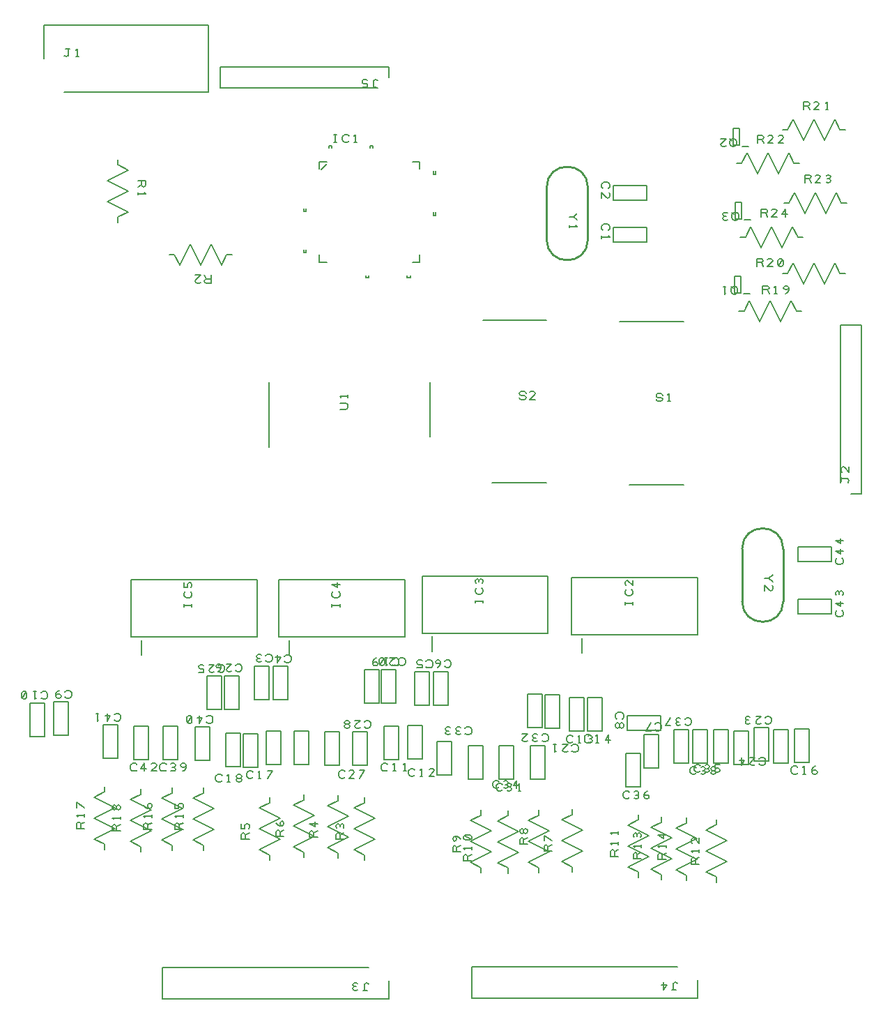
<source format=gbr>
G04 EasyPC Gerber Version 21.0.3 Build 4286 *
G04 #@! TF.Part,Single*
G04 #@! TF.FileFunction,Legend,Top *
G04 #@! TF.FilePolarity,Positive *
%FSLAX35Y35*%
%MOIN*%
%ADD17C,0.00500*%
%ADD73C,0.00600*%
%ADD19C,0.00787*%
%ADD70C,0.01000*%
X0Y0D02*
D02*
D17*
X13750Y129908D02*
Y145908D01*
X6750*
Y129908*
X13750*
X12125Y150845D02*
X12437Y151158D01*
X13063Y151470*
X14000*
X14625Y151158*
X14937Y150845*
X15250Y150220*
Y148970*
X14937Y148345*
X14625Y148033*
X14000Y147720*
X13063*
X12437Y148033*
X12125Y148345*
X9625Y151470D02*
X8375D01*
X9000D02*
Y147720D01*
X9625Y148345*
X4937Y151158D02*
X4313Y151470D01*
X3687*
X3063Y151158*
X2750Y150533*
Y148658*
X3063Y148033*
X3687Y147720*
X4313*
X4937Y148033*
X5250Y148658*
Y150533*
X4937Y151158*
X3063Y148033*
X23230Y455347D02*
X23542Y455035D01*
X24167Y454722*
X24792Y455035*
X25105Y455347*
Y458472*
X25730*
X25105D02*
X23855D01*
X28855Y454722D02*
X30105D01*
X29480D02*
Y458472D01*
X28855Y457847*
X25107Y130407D02*
Y146407D01*
X18107*
Y130407*
X25107*
X23482Y151344D02*
X23794Y151657D01*
X24420Y151970*
X25357*
X25982Y151657*
X26294Y151344*
X26607Y150720*
Y149470*
X26294Y148844*
X25982Y148532*
X25357Y148220*
X24420*
X23794Y148532*
X23482Y148844*
X20670Y151970D02*
X20044Y151657D01*
X19420Y151032*
X19107Y150094*
Y149157*
X19420Y148532*
X20044Y148220*
X20670*
X21294Y148532*
X21607Y149157*
X21294Y149782*
X20670Y150094*
X20044*
X19420Y149782*
X19107Y149157*
X32887Y85889D02*
X29137D01*
Y88076*
X29449Y88701*
X30074Y89014*
X30699Y88701*
X31011Y88076*
Y85889*
Y88076D02*
X32887Y89014D01*
Y91514D02*
Y92764D01*
Y92139D02*
X29137D01*
X29761Y91514*
X32887Y95889D02*
X29137Y98389D01*
Y95889*
X42574Y75889D02*
Y78389D01*
X37574Y80889*
X47574Y85889*
X37574Y90889*
X47574Y95889*
X37574Y100889*
X42574Y103389*
Y105889*
X48689Y405603D02*
Y403103D01*
X53689Y400603*
X43689Y395603*
X53689Y390603*
X43689Y385603*
X53689Y380603*
X48689Y378103*
Y375603*
X48695Y119424D02*
Y135424D01*
X41695*
Y119424*
X48695*
X47070Y140362D02*
X47382Y140674D01*
X48007Y140987*
X48945*
X49570Y140674*
X49882Y140362*
X50195Y139737*
Y138487*
X49882Y137862*
X49570Y137549*
X48945Y137237*
X48007*
X47382Y137549*
X47070Y137862*
X43632Y140987D02*
Y137237D01*
X45195Y139737*
X42695*
X39570Y140987D02*
X38320D01*
X38945D02*
Y137237D01*
X39570Y137862*
X49985Y84765D02*
X46235D01*
Y86953*
X46547Y87578*
X47172Y87891*
X47797Y87578*
X48109Y86953*
Y84765*
Y86953D02*
X49985Y87891D01*
Y90391D02*
Y91641D01*
Y91015D02*
X46235D01*
X46859Y90391*
X48109Y95703D02*
Y96328D01*
X47797Y96953*
X47172Y97265*
X46547Y96953*
X46235Y96328*
Y95703*
X46547Y95078*
X47172Y94765*
X47797Y95078*
X48109Y95703*
X48422Y95078*
X49047Y94765*
X49672Y95078*
X49985Y95703*
Y96328*
X49672Y96953*
X49047Y97265*
X48422Y96953*
X48109Y96328*
X57922Y113988D02*
X57609Y113675D01*
X56984Y113363*
X56047*
X55422Y113675*
X55109Y113988*
X54797Y114613*
Y115863*
X55109Y116488*
X55422Y116800*
X56047Y117113*
X56984*
X57609Y116800*
X57922Y116488*
X61359Y113363D02*
Y117113D01*
X59797Y114613*
X62297*
X67297Y113363D02*
X64797D01*
X66984Y115550*
X67297Y116175*
X66984Y116800*
X66359Y117113*
X65422*
X64797Y116800*
X56297Y134925D02*
Y118925D01*
X63297*
Y134925*
X56297*
X58377Y395603D02*
X62127D01*
Y393415*
X61815Y392790*
X61189Y392478*
X60565Y392790*
X60252Y393415*
Y395603*
Y393415D02*
X58377Y392478D01*
Y389978D02*
Y388728D01*
Y389353D02*
X62127D01*
X61502Y389978*
X59672Y74765D02*
Y77265D01*
X54672Y79765*
X64672Y84765*
X54672Y89765*
X64672Y94765*
X54672Y99765*
X59672Y102265*
Y104765*
X64985Y85514D02*
X61235D01*
Y87702*
X61547Y88327*
X62172Y88639*
X62797Y88327*
X63109Y87702*
Y85514*
Y87702D02*
X64985Y88639D01*
Y91139D02*
Y92389D01*
Y91764D02*
X61235D01*
X61859Y91139*
X64047Y95514D02*
X63422Y95827D01*
X63109Y96452*
Y97077*
X63422Y97702*
X64047Y98014*
X64672Y97702*
X64985Y97077*
Y96452*
X64672Y95827*
X64047Y95514*
X63109*
X62172Y95827*
X61547Y96452*
X61235Y97077*
X72025Y113988D02*
X71712Y113675D01*
X71087Y113363*
X70150*
X69525Y113675*
X69212Y113988*
X68900Y114613*
Y115863*
X69212Y116488*
X69525Y116800*
X70150Y117113*
X71087*
X71712Y116800*
X72025Y116488*
X74212Y113675D02*
X74837Y113363D01*
X75462*
X76087Y113675*
X76400Y114300*
X76087Y114925*
X75462Y115238*
X74837*
X75462D02*
X76087Y115550D01*
X76400Y116175*
X76087Y116800*
X75462Y117113*
X74837*
X74212Y116800*
X79837Y113363D02*
X80462Y113675D01*
X81087Y114300*
X81400Y115238*
Y116175*
X81087Y116800*
X80462Y117113*
X79837*
X79212Y116800*
X78900Y116175*
X79212Y115550*
X79837Y115238*
X80462*
X81087Y115550*
X81400Y116175*
X70400Y134925D02*
Y118925D01*
X77400*
Y134925*
X70400*
X74672Y75514D02*
Y78014D01*
X69672Y80514*
X79672Y85514*
X69672Y90514*
X79672Y95514*
X69672Y100514*
X74672Y103014*
Y105514*
X79985Y85514D02*
X76235D01*
Y87702*
X76547Y88327*
X77172Y88639*
X77797Y88327*
X78109Y87702*
Y85514*
Y87702D02*
X79985Y88639D01*
Y91139D02*
Y92389D01*
Y91764D02*
X76235D01*
X76859Y91139*
X79672Y95514D02*
X79985Y96139D01*
Y97077*
X79672Y97702*
X79047Y98014*
X78735*
X78109Y97702*
X77797Y97077*
Y95514*
X76235*
Y98014*
X84238Y192011D02*
Y193261D01*
Y192637D02*
X80488D01*
Y192011D02*
Y193261D01*
X83613Y199199D02*
X83926Y198887D01*
X84238Y198261*
Y197324*
X83926Y196699*
X83613Y196387*
X82988Y196074*
X81738*
X81113Y196387*
X80800Y196699*
X80488Y197324*
Y198261*
X80800Y198887*
X81113Y199199*
X83926Y201074D02*
X84238Y201699D01*
Y202637*
X83926Y203261*
X83300Y203574*
X82988*
X82363Y203261*
X82050Y202637*
Y201074*
X80488*
Y203574*
X89672Y75514D02*
Y78014D01*
X84672Y80514*
X94672Y85514*
X84672Y90514*
X94672Y95514*
X84672Y100514*
X89672Y103014*
Y105514*
X92750Y118426D02*
Y134426D01*
X85750*
Y118426*
X92750*
X93345Y350370D02*
Y346620D01*
X91158*
X90533Y346932*
X90220Y347557*
X90533Y348182*
X91158Y348495*
X93345*
X91158D02*
X90220Y350370D01*
X85845D02*
X88345D01*
X86158Y348182*
X85845Y347557*
X86158Y346932*
X86783Y346620*
X87720*
X88345Y346932*
X91125Y139363D02*
X91438Y139676D01*
X92063Y139989*
X93000*
X93625Y139676*
X93938Y139363*
X94250Y138739*
Y137489*
X93938Y136863*
X93625Y136551*
X93000Y136239*
X92063*
X91438Y136551*
X91125Y136863*
X87688Y139989D02*
Y136239D01*
X89250Y138739*
X86750*
X83938Y139676D02*
X83313Y139989D01*
X82688*
X82063Y139676*
X81750Y139051*
Y137176*
X82063Y136551*
X82688Y136239*
X83313*
X83938Y136551*
X84250Y137176*
Y139051*
X83938Y139676*
X82063Y136551*
X98616Y108769D02*
X98303Y108456D01*
X97678Y108144*
X96741*
X96116Y108456*
X95803Y108769*
X95491Y109394*
Y110644*
X95803Y111269*
X96116Y111581*
X96741Y111894*
X97678*
X98303Y111581*
X98616Y111269*
X101116Y108144D02*
X102366D01*
X101741D02*
Y111894D01*
X101116Y111269*
X106428Y110019D02*
X107053D01*
X107678Y110331*
X107991Y110956*
X107678Y111581*
X107053Y111894*
X106428*
X105803Y111581*
X105491Y110956*
X105803Y110331*
X106428Y110019*
X105803Y109706*
X105491Y109081*
X105803Y108456*
X106428Y108144*
X107053*
X107678Y108456*
X107991Y109081*
X107678Y109706*
X107053Y110019*
X98367Y142763D02*
Y158763D01*
X91367*
Y142763*
X98367*
X96741Y163700D02*
X97054Y164013D01*
X97679Y164325*
X98617*
X99241Y164013*
X99554Y163700*
X99867Y163075*
Y161825*
X99554Y161200*
X99241Y160887*
X98617Y160575*
X97679*
X97054Y160887*
X96741Y161200*
X92367Y164325D02*
X94867D01*
X92679Y162137*
X92367Y161513*
X92679Y160887*
X93304Y160575*
X94241*
X94867Y160887*
X89867Y164013D02*
X89241Y164325D01*
X88304*
X87679Y164013*
X87367Y163387*
Y163075*
X87679Y162450*
X88304Y162137*
X89867*
Y160575*
X87367*
X100602Y131680D02*
Y115680D01*
X107602*
Y131680*
X100602*
X103345Y360057D02*
X100845D01*
X98345Y355057*
X93345Y365057*
X88345Y355057*
X83345Y365057*
X78345Y355057*
X75845Y360057*
X73345*
X106728Y143012D02*
Y159012D01*
X99728*
Y143012*
X106728*
X105103Y163950D02*
X105416Y164262D01*
X106041Y164575*
X106978*
X107603Y164262*
X107916Y163950*
X108228Y163325*
Y162075*
X107916Y161450*
X107603Y161137*
X106978Y160825*
X106041*
X105416Y161137*
X105103Y161450*
X100728Y164575D02*
X103228D01*
X101041Y162387*
X100728Y161762*
X101041Y161137*
X101666Y160825*
X102603*
X103228Y161137*
X98228Y163637D02*
X97916Y163012D01*
X97291Y162700*
X96666*
X96041Y163012*
X95728Y163637*
X96041Y164262*
X96666Y164575*
X97291*
X97916Y164262*
X98228Y163637*
Y162700*
X97916Y161762*
X97291Y161137*
X96666Y160825*
X108839Y131306D02*
Y115306D01*
X115839*
Y131306*
X108839*
X113467Y110369D02*
X113155Y110056D01*
X112530Y109743*
X111592*
X110967Y110056*
X110655Y110369*
X110342Y110993*
Y112243*
X110655Y112869*
X110967Y113181*
X111592Y113493*
X112530*
X113155Y113181*
X113467Y112869*
X115967Y109743D02*
X117217D01*
X116592D02*
Y113493D01*
X115967Y112869*
X120342Y109743D02*
X122842Y113493D01*
X120342*
X111641Y80826D02*
X107891D01*
Y83013*
X108204Y83638*
X108829Y83951*
X109454Y83638*
X109766Y83013*
Y80826*
Y83013D02*
X111641Y83951D01*
X111329Y85826D02*
X111641Y86451D01*
Y87388*
X111329Y88013*
X110704Y88326*
X110391*
X109766Y88013*
X109454Y87388*
Y85826*
X107891*
Y88326*
X121206Y147630D02*
Y163630D01*
X114206*
Y147630*
X121206*
X121329Y70826D02*
Y73326D01*
X116329Y75826*
X126329Y80826*
X116329Y85826*
X126329Y90826*
X116329Y95826*
X121329Y98326*
Y100826*
X119580Y168567D02*
X119893Y168880D01*
X120518Y169193*
X121456*
X122080Y168880*
X122393Y168567*
X122706Y167943*
Y166693*
X122393Y166067*
X122080Y165755*
X121456Y165443*
X120518*
X119893Y165755*
X119580Y166067*
X117393Y168880D02*
X116768Y169193D01*
X116143*
X115518Y168880*
X115206Y168255*
X115518Y167630*
X116143Y167317*
X116768*
X116143D02*
X115518Y167005D01*
X115206Y166380*
X115518Y165755*
X116143Y165443*
X116768*
X117393Y165755*
X126697Y116554D02*
Y132554D01*
X119697*
Y116554*
X126697*
X128236Y82121D02*
X124486D01*
Y84308*
X124798Y84933*
X125424Y85246*
X126048Y84933*
X126361Y84308*
Y82121*
Y84308D02*
X128236Y85246D01*
X127298Y87121D02*
X126674Y87433D01*
X126361Y88058*
Y88683*
X126674Y89308*
X127298Y89621*
X127924Y89308*
X128236Y88683*
Y88058*
X127924Y87433*
X127298Y87121*
X126361*
X125424Y87433*
X124798Y88058*
X124486Y88683*
X130191Y147380D02*
Y163380D01*
X123191*
Y147380*
X130191*
X128566Y168318D02*
X128879Y168630D01*
X129504Y168943*
X130441*
X131066Y168630*
X131379Y168318*
X131691Y167693*
Y166443*
X131379Y165818*
X131066Y165505*
X130441Y165193*
X129504*
X128879Y165505*
X128566Y165818*
X125129Y168943D02*
Y165193D01*
X126691Y167693*
X124191*
X133176Y132429D02*
Y116429D01*
X140176*
Y132429*
X133176*
X137924Y72121D02*
Y74621D01*
X132924Y77121*
X142924Y82121*
X132924Y87121*
X142924Y92121*
X132924Y97121*
X137924Y99621*
Y102121*
X144326Y81723D02*
X140576D01*
Y83910*
X140888Y84535*
X141513Y84848*
X142138Y84535*
X142451Y83910*
Y81723*
Y83910D02*
X144326Y84848D01*
Y88285D02*
X140576D01*
X143076Y86723*
Y89223*
X147778Y132304D02*
Y116304D01*
X154778*
Y132304*
X147778*
X152162Y413807D02*
X153412D01*
X152787D02*
Y417557D01*
X152162D02*
X153412D01*
X159350Y414433D02*
X159037Y414120D01*
X158412Y413807*
X157474*
X156850Y414120*
X156537Y414433*
X156224Y415057*
Y416307*
X156537Y416933*
X156850Y417245*
X157474Y417557*
X158412*
X159037Y417245*
X159350Y416933*
X161850Y413807D02*
X163100D01*
X162474D02*
Y417557D01*
X161850Y416933*
X154013Y71723D02*
Y74223D01*
X149013Y76723*
X159013Y81723*
X149013Y86723*
X159013Y91723*
X149013Y96723*
X154013Y99223*
Y101723*
X157515Y110618D02*
X157202Y110306D01*
X156577Y109993*
X155640*
X155015Y110306*
X154702Y110618*
X154390Y111243*
Y112493*
X154702Y113118*
X155015Y113431*
X155640Y113743*
X156577*
X157202Y113431*
X157515Y113118*
X161890Y109993D02*
X159390D01*
X161577Y112181*
X161890Y112806*
X161577Y113431*
X160952Y113743*
X160015*
X159390Y113431*
X164390Y109993D02*
X166890Y113743D01*
X164390*
X154958Y192011D02*
Y193261D01*
Y192637D02*
X151208D01*
Y192011D02*
Y193261D01*
X154333Y199199D02*
X154645Y198887D01*
X154958Y198261*
Y197324*
X154645Y196699*
X154333Y196387*
X153708Y196074*
X152458*
X151833Y196387*
X151520Y196699*
X151208Y197324*
Y198261*
X151520Y198887*
X151833Y199199*
X154958Y202637D02*
X151208D01*
X153708Y201074*
Y203574*
X156927Y80772D02*
X153177D01*
Y82959*
X153489Y83584*
X154115Y83897*
X154739Y83584*
X155052Y82959*
Y80772*
Y82959D02*
X156927Y83897D01*
X156615Y86084D02*
X156927Y86709D01*
Y87334*
X156615Y87959*
X155989Y88272*
X155365Y87959*
X155052Y87334*
Y86709*
Y87334D02*
X154739Y87959D01*
X154115Y88272*
X153489Y87959*
X153177Y87334*
Y86709*
X153489Y86084*
X154952Y286174D02*
X157764D01*
X158389Y286487*
X158702Y287111*
Y288361*
X158389Y288987*
X157764Y289299*
X154952*
X158702Y291799D02*
Y293049D01*
Y292424D02*
X154952D01*
X155577Y291799*
X166615Y70772D02*
Y73272D01*
X161615Y75772*
X171615Y80772*
X161615Y85772*
X171615Y90772*
X161615Y95772*
X166615Y98272*
Y100772*
X168256Y116055D02*
Y132055D01*
X161256*
Y116055*
X168256*
X168625Y11667D02*
X168313Y11980D01*
X167688Y12292*
X167063Y11980*
X166750Y11667*
Y8542*
X166125*
X166750D02*
X168000D01*
X163313Y11980D02*
X162688Y12292D01*
X162063*
X161438Y11980*
X161125Y11354*
X161438Y10730*
X162063Y10417*
X162688*
X162063D02*
X161438Y10104D01*
X161125Y9480*
X161438Y8854*
X162063Y8542*
X162688*
X163313Y8854*
X166631Y136992D02*
X166944Y137305D01*
X167569Y137617*
X168506*
X169131Y137305*
X169444Y136992*
X169756Y136367*
Y135117*
X169444Y134492*
X169131Y134180*
X168506Y133867*
X167569*
X166944Y134180*
X166631Y134492*
X162256Y137617D02*
X164756D01*
X162569Y135430*
X162256Y134805*
X162569Y134180*
X163194Y133867*
X164131*
X164756Y134180*
X158819Y135742D02*
X158194D01*
X157569Y135430*
X157256Y134805*
X157569Y134180*
X158194Y133867*
X158819*
X159444Y134180*
X159756Y134805*
X159444Y135430*
X158819Y135742*
X159444Y136055*
X159756Y136680*
X159444Y137305*
X158819Y137617*
X158194*
X157569Y137305*
X157256Y136680*
X157569Y136055*
X158194Y135742*
X173118Y443361D02*
X172806Y443674D01*
X172181Y443986*
X171556Y443674*
X171243Y443361*
Y440236*
X170618*
X171243D02*
X172493D01*
X168118Y443674D02*
X167493Y443986D01*
X166556*
X165931Y443674*
X165618Y443048*
Y442736*
X165931Y442111*
X166556Y441798*
X168118*
Y440236*
X165618*
X173623Y145758D02*
Y161758D01*
X166623*
Y145758*
X173623*
X177858Y113988D02*
X177545Y113675D01*
X176920Y113363*
X175983*
X175358Y113675*
X175045Y113988*
X174733Y114613*
Y115863*
X175045Y116488*
X175358Y116800*
X175983Y117113*
X176920*
X177545Y116800*
X177858Y116488*
X180358Y113363D02*
X181608D01*
X180983D02*
Y117113D01*
X180358Y116488*
X185358Y113363D02*
X186608D01*
X185983D02*
Y117113D01*
X185358Y116488*
X176233Y134925D02*
Y118925D01*
X183233*
Y134925*
X176233*
X181735Y145883D02*
Y161883D01*
X174735*
Y145883*
X181735*
X180110Y166820D02*
X180422Y167133D01*
X181048Y167445*
X181985*
X182610Y167133*
X182922Y166820*
X183235Y166195*
Y164945*
X182922Y164320*
X182610Y164007*
X181985Y163695*
X181048*
X180422Y164007*
X180110Y164320*
X177610Y167445D02*
X176360D01*
X176985D02*
Y163695D01*
X177610Y164320*
X172298Y167445D02*
X171672Y167133D01*
X171048Y166507*
X170735Y165570*
Y164633*
X171048Y164007*
X171672Y163695*
X172298*
X172922Y164007*
X173235Y164633*
X172922Y165257*
X172298Y165570*
X171672*
X171048Y165257*
X170735Y164633*
X183222Y166922D02*
X183535Y167235D01*
X184160Y167547*
X185097*
X185722Y167235*
X186035Y166922*
X186347Y166297*
Y165047*
X186035Y164422*
X185722Y164109*
X185097Y163797*
X184160*
X183535Y164109*
X183222Y164422*
X178847Y167547D02*
X181347D01*
X179160Y165359*
X178847Y164735*
X179160Y164109*
X179785Y163797*
X180722*
X181347Y164109*
X176035Y167235D02*
X175410Y167547D01*
X174785*
X174160Y167235*
X173847Y166609*
Y164735*
X174160Y164109*
X174785Y163797*
X175410*
X176035Y164109*
X176347Y164735*
Y166609*
X176035Y167235*
X174160Y164109*
X187340Y135175D02*
Y119175D01*
X194340*
Y135175*
X187340*
X190845Y111515D02*
X190533Y111202D01*
X189907Y110889*
X188970*
X188345Y111202*
X188033Y111515*
X187720Y112139*
Y113389*
X188033Y114015*
X188345Y114327*
X188970Y114639*
X189907*
X190533Y114327*
X190845Y114015*
X193345Y110889D02*
X194595D01*
X193970D02*
Y114639D01*
X193345Y114015*
X200220Y110889D02*
X197720D01*
X199907Y113077*
X200220Y113702*
X199907Y114327*
X199283Y114639*
X198345*
X197720Y114327*
X197835Y144884D02*
Y160884D01*
X190835*
Y144884*
X197835*
X196209Y165822D02*
X196522Y166134D01*
X197147Y166447*
X198085*
X198709Y166134*
X199022Y165822*
X199335Y165197*
Y163947*
X199022Y163322*
X198709Y163009*
X198085Y162697*
X197147*
X196522Y163009*
X196209Y163322*
X194335Y166134D02*
X193709Y166447D01*
X192772*
X192147Y166134*
X191835Y165509*
Y165197*
X192147Y164572*
X192772Y164259*
X194335*
Y162697*
X191835*
X206696Y145009D02*
Y161009D01*
X199696*
Y145009*
X206696*
X205070Y165946D02*
X205383Y166259D01*
X206008Y166572*
X206946*
X207570Y166259*
X207883Y165946*
X208196Y165322*
Y164072*
X207883Y163446*
X207570Y163134*
X206946Y162822*
X206008*
X205383Y163134*
X205070Y163446*
X203196Y165634D02*
X202883Y165009D01*
X202258Y164696*
X201633*
X201008Y165009*
X200696Y165634*
X201008Y166259*
X201633Y166572*
X202258*
X202883Y166259*
X203196Y165634*
Y164696*
X202883Y163759*
X202258Y163134*
X201633Y162822*
X208443Y111437D02*
Y127437D01*
X201443*
Y111437*
X208443*
X212728Y74781D02*
X208978D01*
Y76969*
X209290Y77594*
X209915Y77906*
X210540Y77594*
X210853Y76969*
Y74781*
Y76969D02*
X212728Y77906D01*
Y80719D02*
X212415Y81344D01*
X211790Y81969*
X210853Y82281*
X209915*
X209290Y81969*
X208978Y81344*
Y80719*
X209290Y80094*
X209915Y79781*
X210540Y80094*
X210853Y80719*
Y81344*
X210540Y81969*
X209915Y82281*
X216294Y125440D02*
Y109440D01*
X223294*
Y125440*
X216294*
X214922Y133849D02*
X215235Y134162D01*
X215860Y134474*
X216797*
X217422Y134162*
X217735Y133849*
X218047Y133224*
Y131974*
X217735Y131349*
X217422Y131037*
X216797Y130724*
X215860*
X215235Y131037*
X214922Y131349*
X212735Y134162D02*
X212110Y134474D01*
X211485*
X210860Y134162*
X210547Y133537*
X210860Y132912*
X211485Y132599*
X212110*
X211485D02*
X210860Y132287D01*
X210547Y131662*
X210860Y131037*
X211485Y130724*
X212110*
X212735Y131037*
X207735Y134162D02*
X207110Y134474D01*
X206485*
X205860Y134162*
X205547Y133537*
X205860Y132912*
X206485Y132599*
X207110*
X206485D02*
X205860Y132287D01*
X205547Y131662*
X205860Y131037*
X206485Y130724*
X207110*
X207735Y131037*
X218007Y70389D02*
X214257D01*
Y72577*
X214569Y73202*
X215194Y73515*
X215819Y73202*
X216132Y72577*
Y70389*
Y72577D02*
X218007Y73515D01*
Y76015D02*
Y77265D01*
Y76639D02*
X214257D01*
X214882Y76015*
X217694Y80702D02*
X218007Y81327D01*
Y81952*
X217694Y82577*
X217069Y82889*
X215194*
X214569Y82577*
X214257Y81952*
Y81327*
X214569Y80702*
X215194Y80389*
X217069*
X217694Y80702*
X214569Y82577*
X222415Y64781D02*
Y67281D01*
X217415Y69781*
X227415Y74781*
X217415Y79781*
X227415Y84781*
X217415Y89781*
X222415Y92281*
Y94781*
X223475Y193759D02*
Y195009D01*
Y194384D02*
X219725D01*
Y193759D02*
Y195009D01*
X222850Y200946D02*
X223162Y200634D01*
X223475Y200009*
Y199071*
X223162Y198446*
X222850Y198134*
X222225Y197821*
X220975*
X220350Y198134*
X220037Y198446*
X219725Y199071*
Y200009*
X220037Y200634*
X220350Y200946*
X223162Y203134D02*
X223475Y203759D01*
Y204384*
X223162Y205009*
X222537Y205321*
X221912Y205009*
X221600Y204384*
Y203759*
Y204384D02*
X221287Y205009D01*
X220662Y205321*
X220037Y205009*
X219725Y204384*
Y203759*
X220037Y203134*
X231149Y105751D02*
X230836Y105438D01*
X230211Y105126*
X229274*
X228649Y105438*
X228336Y105751*
X228024Y106376*
Y107626*
X228336Y108251*
X228649Y108563*
X229274Y108876*
X230211*
X230836Y108563*
X231149Y108251*
X233336Y105438D02*
X233961Y105126D01*
X234586*
X235211Y105438*
X235524Y106063*
X235211Y106688*
X234586Y107001*
X233961*
X234586D02*
X235211Y107313D01*
X235524Y107938*
X235211Y108563*
X234586Y108876*
X233961*
X233336Y108563*
X239586Y105126D02*
Y108876D01*
X238024Y106376*
X240524*
X232771Y104503D02*
X232459Y104190D01*
X231833Y103878*
X230896*
X230271Y104190*
X229959Y104503*
X229646Y105128*
Y106378*
X229959Y107003*
X230271Y107315*
X230896Y107628*
X231833*
X232459Y107315*
X232771Y107003*
X234959Y104190D02*
X235583Y103878D01*
X236209*
X236833Y104190*
X237146Y104815*
X236833Y105440*
X236209Y105753*
X235583*
X236209D02*
X236833Y106065D01*
X237146Y106690*
X236833Y107315*
X236209Y107628*
X235583*
X234959Y107315*
X240271Y103878D02*
X241521D01*
X240896D02*
Y107628D01*
X240271Y107003*
X231146Y125440D02*
Y109440D01*
X238146*
Y125440*
X231146*
X235395Y64531D02*
Y67031D01*
X230395Y69531*
X240395Y74531*
X230395Y79531*
X240395Y84531*
X230395Y89531*
X235395Y92031*
Y94531*
X240886Y291918D02*
X241199Y291293D01*
X241824Y290980*
X243074*
X243699Y291293*
X244011Y291918*
X243699Y292543*
X243074Y292856*
X241824*
X241199Y293168*
X240886Y293793*
X241199Y294418*
X241824Y294730*
X243074*
X243699Y294418*
X244011Y293793*
X248386Y290980D02*
X245886D01*
X248074Y293168*
X248386Y293793*
X248074Y294418*
X247449Y294730*
X246511*
X245886Y294418*
X244793Y78502D02*
X241043D01*
Y80689*
X241355Y81314*
X241980Y81627*
X242605Y81314*
X242917Y80689*
Y78502*
Y80689D02*
X244793Y81627D01*
X242917Y84439D02*
Y85064D01*
X242605Y85689*
X241980Y86002*
X241355Y85689*
X241043Y85064*
Y84439*
X241355Y83814*
X241980Y83502*
X242605Y83814*
X242917Y84439*
X243230Y83814*
X243855Y83502*
X244480Y83814*
X244793Y84439*
Y85064*
X244480Y85689*
X243855Y86002*
X243230Y85689*
X242917Y85064*
X250246Y64781D02*
Y67281D01*
X245246Y69781*
X255246Y74781*
X245246Y79781*
X255246Y84781*
X245246Y89781*
X250246Y92281*
Y94781*
X251874Y134276D02*
Y150276D01*
X244874*
Y134276*
X251874*
X253247Y109565D02*
Y125565D01*
X246247*
Y109565*
X253247*
X251622Y130502D02*
X251935Y130815D01*
X252560Y131128*
X253497*
X254122Y130815*
X254435Y130502*
X254747Y129878*
Y128628*
X254435Y128002*
X254122Y127690*
X253497Y127378*
X252560*
X251935Y127690*
X251622Y128002*
X249435Y130815D02*
X248810Y131128D01*
X248185*
X247560Y130815*
X247247Y130190*
X247560Y129565*
X248185Y129252*
X248810*
X248185D02*
X247560Y128940D01*
X247247Y128315*
X247560Y127690*
X248185Y127378*
X248810*
X249435Y127690*
X242247Y131128D02*
X244747D01*
X242560Y128940*
X242247Y128315*
X242560Y127690*
X243185Y127378*
X244122*
X244747Y127690*
X256409Y75031D02*
X252659D01*
Y77218*
X252971Y77843*
X253596Y78156*
X254221Y77843*
X254534Y77218*
Y75031*
Y77218D02*
X256409Y78156D01*
Y80031D02*
X252659Y82531D01*
Y80031*
X260236Y133902D02*
Y149902D01*
X253236*
Y133902*
X260236*
X266468Y127467D02*
X266156Y127154D01*
X265530Y126841*
X264593*
X263968Y127154*
X263656Y127467*
X263343Y128091*
Y129341*
X263656Y129967*
X263968Y130279*
X264593Y130591*
X265530*
X266156Y130279*
X266468Y129967*
X268968Y126841D02*
X270218D01*
X269593D02*
Y130591D01*
X268968Y129967*
X273656Y127154D02*
X274280Y126841D01*
X274906*
X275530Y127154*
X275843Y127779*
X275530Y128404*
X274906Y128717*
X274280*
X274906D02*
X275530Y129029D01*
X275843Y129654*
X275530Y130279*
X274906Y130591*
X274280*
X273656Y130279*
X264787Y378339D02*
X266663D01*
X268537Y379901*
X266663Y378339D02*
X268537Y376776D01*
X264787Y374276D02*
Y373026D01*
Y373651D02*
X268537D01*
X267913Y374276*
X264843Y148404D02*
Y132404D01*
X271843*
Y148404*
X264843*
X266096Y65031D02*
Y67531D01*
X261096Y70031*
X271096Y75031*
X261096Y80031*
X271096Y85031*
X261096Y90031*
X266096Y92531*
Y95031*
X265850Y125511D02*
X266162Y125824D01*
X266787Y126137*
X267725*
X268350Y125824*
X268662Y125511*
X268975Y124887*
Y123637*
X268662Y123011*
X268350Y122699*
X267725Y122387*
X266787*
X266162Y122699*
X265850Y123011*
X261475Y126137D02*
X263975D01*
X261787Y123949*
X261475Y123324*
X261787Y122699*
X262412Y122387*
X263350*
X263975Y122699*
X258350Y126137D02*
X257100D01*
X257725D02*
Y122387D01*
X258350Y123011*
X275080Y127591D02*
X274767Y127279D01*
X274142Y126966*
X273204*
X272580Y127279*
X272267Y127591*
X271954Y128216*
Y129466*
X272267Y130091*
X272580Y130404*
X273204Y130716*
X274142*
X274767Y130404*
X275080Y130091*
X277580Y126966D02*
X278830D01*
X278204D02*
Y130716D01*
X277580Y130091*
X283517Y126966D02*
Y130716D01*
X281954Y128216*
X284454*
X273454Y148529D02*
Y132529D01*
X280454*
Y148529*
X273454*
X280814Y371729D02*
X280502Y372041D01*
X280189Y372667*
Y373604*
X280502Y374229*
X280814Y374541*
X281439Y374854*
X282689*
X283314Y374541*
X283627Y374229*
X283939Y373604*
Y372667*
X283627Y372041*
X283314Y371729*
X280189Y369229D02*
Y367979D01*
Y368604D02*
X283939D01*
X283314Y369229*
X280814Y391729D02*
X280502Y392041D01*
X280189Y392667*
Y393604*
X280502Y394229*
X280814Y394541*
X281439Y394854*
X282689*
X283314Y394541*
X283627Y394229*
X283939Y393604*
Y392667*
X283627Y392041*
X283314Y391729*
X280189Y387354D02*
Y389854D01*
X282377Y387667*
X283002Y387354*
X283627Y387667*
X283939Y388291*
Y389229*
X283627Y389854*
X287480Y138285D02*
X287167Y138598D01*
X286855Y139223*
Y140160*
X287167Y140785*
X287480Y141098*
X288105Y141410*
X289355*
X289980Y141098*
X290293Y140785*
X290605Y140160*
Y139223*
X290293Y138598*
X289980Y138285*
X288730Y135473D02*
Y134848D01*
X289043Y134223*
X289667Y133910*
X290293Y134223*
X290605Y134848*
Y135473*
X290293Y136098*
X289667Y136410*
X289043Y136098*
X288730Y135473*
X288417Y136098*
X287793Y136410*
X287167Y136098*
X286855Y135473*
Y134848*
X287167Y134223*
X287793Y133910*
X288417Y134223*
X288730Y134848*
X288248Y72636D02*
X284498D01*
Y74823*
X284810Y75448*
X285435Y75761*
X286060Y75448*
X286372Y74823*
Y72636*
Y74823D02*
X288248Y75761D01*
Y78261D02*
Y79511D01*
Y78886D02*
X284498D01*
X285122Y78261*
X288248Y83261D02*
Y84511D01*
Y83886D02*
X284498D01*
X285122Y83261*
X293550Y100759D02*
X293238Y100446D01*
X292613Y100133*
X291675*
X291050Y100446*
X290738Y100759*
X290425Y101383*
Y102633*
X290738Y103259*
X291050Y103571*
X291675Y103883*
X292613*
X293238Y103571*
X293550Y103259*
X295738Y100446D02*
X296363Y100133D01*
X296988*
X297613Y100446*
X297925Y101071*
X297613Y101696*
X296988Y102009*
X296363*
X296988D02*
X297613Y102321D01*
X297925Y102946*
X297613Y103571*
X296988Y103883*
X296363*
X295738Y103571*
X300425Y101071D02*
X300738Y101696D01*
X301363Y102009*
X301988*
X302613Y101696*
X302925Y101071*
X302613Y100446*
X301988Y100133*
X301363*
X300738Y100446*
X300425Y101071*
Y102009*
X300738Y102946*
X301363Y103571*
X301988Y103883*
X291925Y121696D02*
Y105696D01*
X298925*
Y121696*
X291925*
X295112Y193010D02*
Y194260D01*
Y193635D02*
X291362D01*
Y193010D02*
Y194260D01*
X294487Y200198D02*
X294799Y199885D01*
X295112Y199260*
Y198322*
X294799Y197698*
X294487Y197385*
X293862Y197072*
X292612*
X291987Y197385*
X291674Y197698*
X291362Y198322*
Y199260*
X291674Y199885*
X291987Y200198*
X295112Y204572D02*
Y202072D01*
X292924Y204260*
X292299Y204572*
X291674Y204260*
X291362Y203635*
Y202698*
X291674Y202072*
X297935Y62636D02*
Y65136D01*
X292935Y67636*
X302935Y72636*
X292935Y77636*
X302935Y82636*
X292935Y87636*
X297935Y90136*
Y92636*
X299106Y71388D02*
X295356D01*
Y73575*
X295668Y74200*
X296293Y74513*
X296918Y74200*
X297230Y73575*
Y71388*
Y73575D02*
X299106Y74513D01*
Y77013D02*
Y78263D01*
Y77638D02*
X295356D01*
X295980Y77013*
X298793Y81700D02*
X299106Y82325D01*
Y82950*
X298793Y83575*
X298168Y83888*
X297543Y83575*
X297230Y82950*
Y82325*
Y82950D02*
X296918Y83575D01*
X296293Y83888*
X295668Y83575*
X295356Y82950*
Y82325*
X295668Y81700*
X301752Y373354D02*
X285752D01*
Y366354*
X301752*
Y373354*
Y393354D02*
X285752D01*
Y386354*
X301752*
Y393354*
X306283Y291044D02*
X306596Y290419D01*
X307220Y290107*
X308470*
X309096Y290419*
X309408Y291044*
X309096Y291669*
X308470Y291982*
X307220*
X306596Y292294*
X306283Y292919*
X306596Y293544*
X307220Y293857*
X308470*
X309096Y293544*
X309408Y292919*
X311908Y290107D02*
X313158D01*
X312533D02*
Y293857D01*
X311908Y293232*
X307287Y114807D02*
Y130807D01*
X300287*
Y114807*
X307287*
X308417Y139910D02*
X292417D01*
Y132910*
X308417*
Y139910*
X305662Y135744D02*
X305974Y136057D01*
X306600Y136369*
X307537*
X308162Y136057*
X308474Y135744*
X308787Y135119*
Y133869*
X308474Y133244*
X308162Y132931*
X307537Y132619*
X306600*
X305974Y132931*
X305662Y133244*
X303787Y136369D02*
X301287Y132619D01*
X303787*
X308793Y61388D02*
Y63888D01*
X303793Y66388*
X313793Y71388*
X303793Y76388*
X313793Y81388*
X303793Y86388*
X308793Y88888*
Y91388*
X310962Y71138D02*
X307212D01*
Y73326*
X307524Y73951*
X308149Y74263*
X308774Y73951*
X309087Y73326*
Y71138*
Y73326D02*
X310962Y74263D01*
Y76763D02*
Y78013D01*
Y77388D02*
X307212D01*
X307837Y76763*
X310962Y82701D02*
X307212D01*
X309712Y81138*
Y83638*
X316392Y11917D02*
X316080Y12229D01*
X315455Y12542*
X314830Y12229*
X314517Y11917*
Y8792*
X313892*
X314517D02*
X315767D01*
X309830Y12542D02*
Y8792D01*
X311392Y11292*
X308892*
X320649Y61138D02*
Y63638D01*
X315649Y66138*
X325649Y71138*
X315649Y76138*
X325649Y81138*
X315649Y86138*
X320649Y88638*
Y91138*
X321639Y117303D02*
Y133303D01*
X314639*
Y117303*
X321639*
X325500Y112365D02*
X325187Y112053D01*
X324562Y111740*
X323625*
X323000Y112053*
X322687Y112365*
X322375Y112990*
Y114240*
X322687Y114865*
X323000Y115178*
X323625Y115490*
X324562*
X325187Y115178*
X325500Y114865*
X327687Y112053D02*
X328312Y111740D01*
X328937*
X329562Y112053*
X329875Y112678*
X329562Y113303*
X328937Y113615*
X328312*
X328937D02*
X329562Y113928D01*
X329875Y114553*
X329562Y115178*
X328937Y115490*
X328312*
X327687Y115178*
X333312Y113615D02*
X333937D01*
X334562Y113928*
X334875Y114553*
X334562Y115178*
X333937Y115490*
X333312*
X332687Y115178*
X332375Y114553*
X332687Y113928*
X333312Y113615*
X332687Y113303*
X332375Y112678*
X332687Y112053*
X333312Y111740*
X333937*
X334562Y112053*
X334875Y112678*
X334562Y113303*
X333937Y113615*
X320014Y138240D02*
X320327Y138553D01*
X320952Y138865*
X321889*
X322514Y138553*
X322827Y138240*
X323139Y137615*
Y136365*
X322827Y135740*
X322514Y135428*
X321889Y135115*
X320952*
X320327Y135428*
X320014Y135740*
X317827Y138553D02*
X317202Y138865D01*
X316577*
X315952Y138553*
X315639Y137928*
X315952Y137303*
X316577Y136990*
X317202*
X316577D02*
X315952Y136678D01*
X315639Y136053*
X315952Y135428*
X316577Y135115*
X317202*
X317827Y135428*
X313139Y138865D02*
X310639Y135115D01*
X313139*
X323875Y133303D02*
Y117303D01*
X330875*
Y133303*
X323875*
X327497Y113371D02*
X327184Y113058D01*
X326559Y112746*
X325622*
X324997Y113058*
X324684Y113371*
X324372Y113996*
Y115246*
X324684Y115871*
X324997Y116183*
X325622Y116496*
X326559*
X327184Y116183*
X327497Y115871*
X329684Y113058D02*
X330309Y112746D01*
X330934*
X331559Y113058*
X331872Y113683*
X331559Y114308*
X330934Y114621*
X330309*
X330934D02*
X331559Y114933D01*
X331872Y115558*
X331559Y116183*
X330934Y116496*
X330309*
X329684Y116183*
X334372Y113058D02*
X334997Y112746D01*
X335934*
X336559Y113058*
X336872Y113683*
Y113996*
X336559Y114621*
X335934Y114933*
X334372*
Y116496*
X336872*
X326937Y69017D02*
X323187D01*
Y71204*
X323499Y71829*
X324124Y72142*
X324749Y71829*
X325061Y71204*
Y69017*
Y71204D02*
X326937Y72142D01*
Y74642D02*
Y75892D01*
Y75267D02*
X323187D01*
X323811Y74642*
X326937Y81517D02*
Y79017D01*
X324749Y81204*
X324124Y81517*
X323499Y81204*
X323187Y80579*
Y79642*
X323499Y79017*
X333734Y133053D02*
Y117053D01*
X340734*
Y133053*
X333734*
X335113Y60288D02*
Y62788D01*
X330113Y65288*
X340113Y70288*
X330113Y75288*
X340113Y80288*
X330113Y85288*
X335113Y87788*
Y90288*
X344722Y414281D02*
Y413031D01*
X344410Y412406*
X344097Y412093*
X343472Y411781*
X342847*
X342222Y412093*
X341910Y412406*
X341597Y413031*
Y414281*
X341910Y414906*
X342222Y415219*
X342847Y415531*
X343472*
X344097Y415219*
X344410Y414906*
X344722Y414281*
X342535Y414593D02*
X341597Y415531D01*
X337222D02*
X339722D01*
X337535Y413343*
X337222Y412719*
X337535Y412093*
X338160Y411781*
X339097*
X339722Y412093*
X344730Y403739D02*
X347230D01*
X349730Y408739*
X354730Y398739*
X359730Y408739*
X364730Y398739*
X369730Y408739*
X372230Y403739*
X374730*
X345222Y343767D02*
Y342517D01*
X344909Y341892*
X344596Y341580*
X343972Y341267*
X343346*
X342722Y341580*
X342409Y341892*
X342096Y342517*
Y343767*
X342409Y344392*
X342722Y344705*
X343346Y345017*
X343972*
X344596Y344705*
X344909Y344392*
X345222Y343767*
X343034Y344080D02*
X342096Y345017D01*
X339596D02*
X338346D01*
X338972D02*
Y341267D01*
X339596Y341892*
X345721Y379087D02*
Y377837D01*
X345408Y377211*
X345096Y376899*
X344471Y376587*
X343846*
X343221Y376899*
X342908Y377211*
X342596Y377837*
Y379087*
X342908Y379711*
X343221Y380024*
X343846Y380337*
X344471*
X345096Y380024*
X345408Y379711*
X345721Y379087*
X343533Y379399D02*
X342596Y380337D01*
X340408Y380024D02*
X339783Y380337D01*
X339158*
X338533Y380024*
X338221Y379399*
X338533Y378774*
X339158Y378461*
X339783*
X339158D02*
X338533Y378149D01*
X338221Y377524*
X338533Y376899*
X339158Y376587*
X339783*
X340408Y376899*
X345854Y333350D02*
X348354D01*
X350854Y338350*
X355854Y328350*
X360854Y338350*
X365854Y328350*
X370854Y338350*
X373354Y333350*
X375854*
X346478Y368544D02*
X348978D01*
X351478Y373544*
X356478Y363544*
X361478Y373544*
X366478Y363544*
X371478Y373544*
X373978Y368544*
X376478*
X350344Y116554D02*
Y132554D01*
X343344*
Y116554*
X350344*
X354457Y354505D02*
Y358255D01*
X356644*
X357270Y357943*
X357582Y357318*
X357270Y356693*
X356644Y356380*
X354457*
X356644D02*
X357582Y354505D01*
X361957D02*
X359457D01*
X361644Y356693*
X361957Y357318*
X361644Y357943*
X361020Y358255*
X360082*
X359457Y357943*
X364770Y354818D02*
X365394Y354505D01*
X366020*
X366644Y354818*
X366957Y355443*
Y357318*
X366644Y357943*
X366020Y358255*
X365394*
X364770Y357943*
X364457Y357318*
Y355443*
X364770Y354818*
X366644Y357943*
X354730Y413426D02*
Y417176D01*
X356918*
X357543Y416864*
X357856Y416239*
X357543Y415614*
X356918Y415301*
X354730*
X356918D02*
X357856Y413426D01*
X362230D02*
X359730D01*
X361918Y415614*
X362230Y416239*
X361918Y416864*
X361293Y417176*
X360356*
X359730Y416864*
X367230Y413426D02*
X364730D01*
X366918Y415614*
X367230Y416239*
X366918Y416864*
X366293Y417176*
X365356*
X364730Y416864*
X356478Y378231D02*
Y381981D01*
X358665*
X359290Y381669*
X359603Y381044*
X359290Y380419*
X358665Y380107*
X356478*
X358665D02*
X359603Y378231D01*
X363978D02*
X361478D01*
X363665Y380419*
X363978Y381044*
X363665Y381669*
X363040Y381981*
X362103*
X361478Y381669*
X368040Y378231D02*
Y381981D01*
X366478Y379481*
X368978*
X357203Y341526D02*
Y345276D01*
X359390*
X360015Y344963*
X360328Y344338*
X360015Y343713*
X359390Y343401*
X357203*
X359390D02*
X360328Y341526D01*
X362828D02*
X364078D01*
X363453D02*
Y345276D01*
X362828Y344651*
X368140Y341526D02*
X368765Y341838D01*
X369390Y342463*
X369703Y343401*
Y344338*
X369390Y344963*
X368765Y345276*
X368140*
X367515Y344963*
X367203Y344338*
X367515Y343713*
X368140Y343401*
X368765*
X369390Y343713*
X369703Y344338*
X358239Y205533D02*
X360114D01*
X361989Y207096*
X360114Y205533D02*
X361989Y203971D01*
X358239Y199596D02*
Y202096D01*
X360426Y199909*
X361051Y199596*
X361676Y199909*
X361989Y200533*
Y201471*
X361676Y202096*
X355458Y119207D02*
X355771Y119520D01*
X356396Y119832*
X357333*
X357958Y119520*
X358271Y119207*
X358583Y118582*
Y117332*
X358271Y116707*
X357958Y116394*
X357333Y116082*
X356396*
X355771Y116394*
X355458Y116707*
X351083Y119832D02*
X353583D01*
X351396Y117644*
X351083Y117020*
X351396Y116394*
X352021Y116082*
X352958*
X353583Y116394*
X347021Y119832D02*
Y116082D01*
X348583Y118582*
X346083*
X359954Y118059D02*
Y134059D01*
X352954*
Y118059*
X359954*
X358329Y138996D02*
X358641Y139309D01*
X359267Y139621*
X360204*
X360829Y139309*
X361141Y138996*
X361454Y138371*
Y137121*
X361141Y136496*
X360829Y136183*
X360204Y135871*
X359267*
X358641Y136183*
X358329Y136496*
X353954Y139621D02*
X356454D01*
X354267Y137433*
X353954Y136809*
X354267Y136183*
X354891Y135871*
X355829*
X356454Y136183*
X351141Y139309D02*
X350517Y139621D01*
X349891*
X349267Y139309*
X348954Y138683*
X349267Y138059*
X349891Y137746*
X350517*
X349891D02*
X349267Y137433D01*
X348954Y136809*
X349267Y136183*
X349891Y135871*
X350517*
X351141Y136183*
X362564Y133303D02*
Y117303D01*
X369564*
Y133303*
X362564*
X366696Y351196D02*
X369196D01*
X371696Y356196*
X376696Y346196*
X381696Y356196*
X386696Y346196*
X391696Y356196*
X394196Y351196*
X396696*
X366696Y419713D02*
X369196D01*
X371696Y424713*
X376696Y414713*
X381696Y424713*
X386696Y414713*
X391696Y424713*
X394196Y419713*
X396696*
X367320Y384893D02*
X369820D01*
X372320Y389893*
X377320Y379893*
X382320Y389893*
X387320Y379893*
X392320Y389893*
X394820Y384893*
X397320*
X373924Y112615D02*
X373611Y112302D01*
X372986Y111990*
X372048*
X371424Y112302*
X371111Y112615*
X370798Y113240*
Y114490*
X371111Y115115*
X371424Y115428*
X372048Y115740*
X372986*
X373611Y115428*
X373924Y115115*
X376424Y111990D02*
X377674D01*
X377048D02*
Y115740D01*
X376424Y115115*
X380798Y112928D02*
X381111Y113552D01*
X381736Y113865*
X382361*
X382986Y113552*
X383298Y112928*
X382986Y112302*
X382361Y111990*
X381736*
X381111Y112302*
X380798Y112928*
Y113865*
X381111Y114802*
X381736Y115428*
X382361Y115740*
X372298Y133552D02*
Y117552D01*
X379298*
Y133552*
X372298*
X374203Y188549D02*
X390203D01*
Y195549*
X374203*
Y188549*
Y213549D02*
X390203D01*
Y220549*
X374203*
Y213549*
X376696Y429401D02*
Y433151D01*
X378883*
X379508Y432839*
X379821Y432213*
X379508Y431589*
X378883Y431276*
X376696*
X378883D02*
X379821Y429401D01*
X384196D02*
X381696D01*
X383883Y431589*
X384196Y432213*
X383883Y432839*
X383258Y433151*
X382321*
X381696Y432839*
X387321Y429401D02*
X388571D01*
X387946D02*
Y433151D01*
X387321Y432526*
X377320Y394581D02*
Y398331D01*
X379507*
X380132Y398019*
X380445Y397393*
X380132Y396769*
X379507Y396456*
X377320*
X379507D02*
X380445Y394581D01*
X384820D02*
X382320D01*
X384507Y396769*
X384820Y397393*
X384507Y398019*
X383882Y398331*
X382945*
X382320Y398019*
X387632Y394893D02*
X388257Y394581D01*
X388882*
X389507Y394893*
X389820Y395519*
X389507Y396143*
X388882Y396456*
X388257*
X388882D02*
X389507Y396769D01*
X389820Y397393*
X389507Y398019*
X388882Y398331*
X388257*
X387632Y398019*
X395140Y190174D02*
X395453Y189861D01*
X395765Y189236*
Y188299*
X395453Y187674*
X395140Y187361*
X394515Y187049*
X393265*
X392640Y187361*
X392328Y187674*
X392015Y188299*
Y189236*
X392328Y189861*
X392640Y190174*
X395765Y193611D02*
X392015D01*
X394515Y192049*
Y194549*
X395453Y197361D02*
X395765Y197986D01*
Y198611*
X395453Y199236*
X394828Y199549*
X394203Y199236*
X393890Y198611*
Y197986*
Y198611D02*
X393578Y199236D01*
X392953Y199549*
X392328Y199236*
X392015Y198611*
Y197986*
X392328Y197361*
X395140Y215174D02*
X395453Y214861D01*
X395765Y214236*
Y213299*
X395453Y212674*
X395140Y212361*
X394515Y212049*
X393265*
X392640Y212361*
X392328Y212674*
X392015Y213299*
Y214236*
X392328Y214861*
X392640Y215174*
X395765Y218611D02*
X392015D01*
X394515Y217049*
Y219549*
X395765Y223611D02*
X392015D01*
X394515Y222049*
Y224549*
X397948Y251229D02*
X398261Y251542D01*
X398574Y252167*
X398261Y252792*
X397948Y253104*
X394824*
Y253729*
Y253104D02*
Y251854D01*
X398574Y258729D02*
Y256229D01*
X396386Y258417*
X395761Y258729*
X395136Y258417*
X394824Y257792*
Y256854*
X395136Y256229*
D02*
D19*
X23230Y437840D02*
X92127D01*
Y469730*
X13387*
Y453785*
X55057Y177393D02*
Y204755D01*
X115294*
Y177393*
X55057*
X60018Y168928D02*
Y176015D01*
X121135Y268343D02*
Y299174D01*
X125777Y177393D02*
Y204755D01*
X186013*
Y177393*
X125777*
X130738Y168928D02*
Y176015D01*
X168625Y19529D02*
X70200D01*
Y4568*
X178468*
Y13230*
X178512Y444924D02*
Y449924D01*
X97724*
Y439924*
X173118*
X194294Y179140D02*
Y206502D01*
X254530*
Y179140*
X194294*
X198143Y273174D02*
Y299174D01*
X199255Y170676D02*
Y177762D01*
X223524Y328921D02*
X253878D01*
X227894Y251165D02*
X253878D01*
X265931Y178391D02*
Y205754D01*
X326167*
Y178391*
X265931*
X270892Y169927D02*
Y177013D01*
X288921Y328047D02*
X319275D01*
X293291Y250291D02*
X319275D01*
X316392Y19778D02*
X217967D01*
Y4818*
X326235*
Y13479*
X346199Y412531D02*
X343246D01*
Y420406*
X346199*
Y412531*
X346698Y342018D02*
X343745D01*
Y349892*
X346698*
Y342018*
X347197Y377337D02*
X344244D01*
Y385211*
X347197*
Y377337*
X350530Y411941D02*
X347577D01*
X351029Y341427D02*
X348076D01*
X351528Y376746D02*
X348575D01*
X399511Y245835D02*
X404511D01*
Y326623*
X394511*
Y251229*
D02*
D70*
X253909Y392354D02*
G75*
G02X273594I9843D01*
G01*
Y367354*
G75*
G02X253909I-9843*
G01*
Y392354*
X347360Y219549D02*
G75*
G02X367045I9843D01*
G01*
Y194549*
G75*
G02X347360I-9843*
G01*
Y219549*
D02*
D73*
X137624Y362570D02*
Y361070D01*
X138624*
Y362570*
X137624Y382270D02*
Y380770D01*
X138624*
Y382270*
X146224Y400870D02*
X148824Y403470D01*
X148624Y356470D02*
X145024D01*
Y360070*
X148624Y404670D02*
X145024D01*
Y401070*
X149624Y411070D02*
Y412070D01*
X151124*
Y411070*
X167424Y350070D02*
Y349070D01*
X168924*
Y350070*
X169324Y411070D02*
Y412070D01*
X170824*
Y411070*
X187124Y350070D02*
Y349070D01*
X188624*
Y350070*
X189624Y356470D02*
X193224D01*
Y360070*
Y401070D02*
Y404670D01*
X189624*
X200624Y380370D02*
Y378870D01*
X199624*
Y380370*
X200624Y400070D02*
Y398570D01*
X199624*
Y400070*
X0Y0D02*
M02*

</source>
